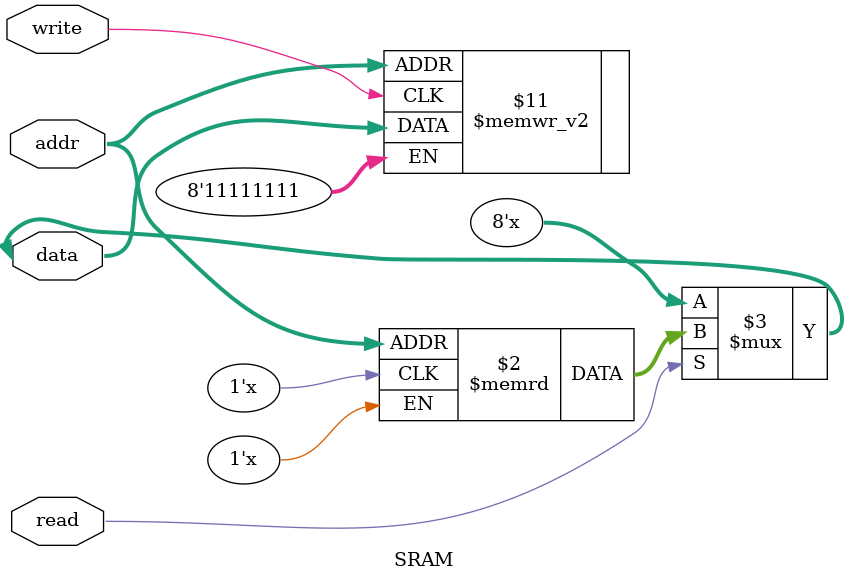
<source format=v>
`timescale 1ns/1ns
module SRAM #(
    parameter Width = 5,
    parameter Max   = 1 << Width
)(
    input wire          read,
                        write,
    input wire  [Width-1 : 0]   addr,
    inout wire  [7 : 0]         data
);

    reg [7 : 0] mem[Max-1 : 0];     

    assign #1 data = read? mem[addr] : 8'bz;    // 注意这里有延时1ns

    always @(posedge write) begin
        mem[addr]   = data;    
    end
     
endmodule

</source>
